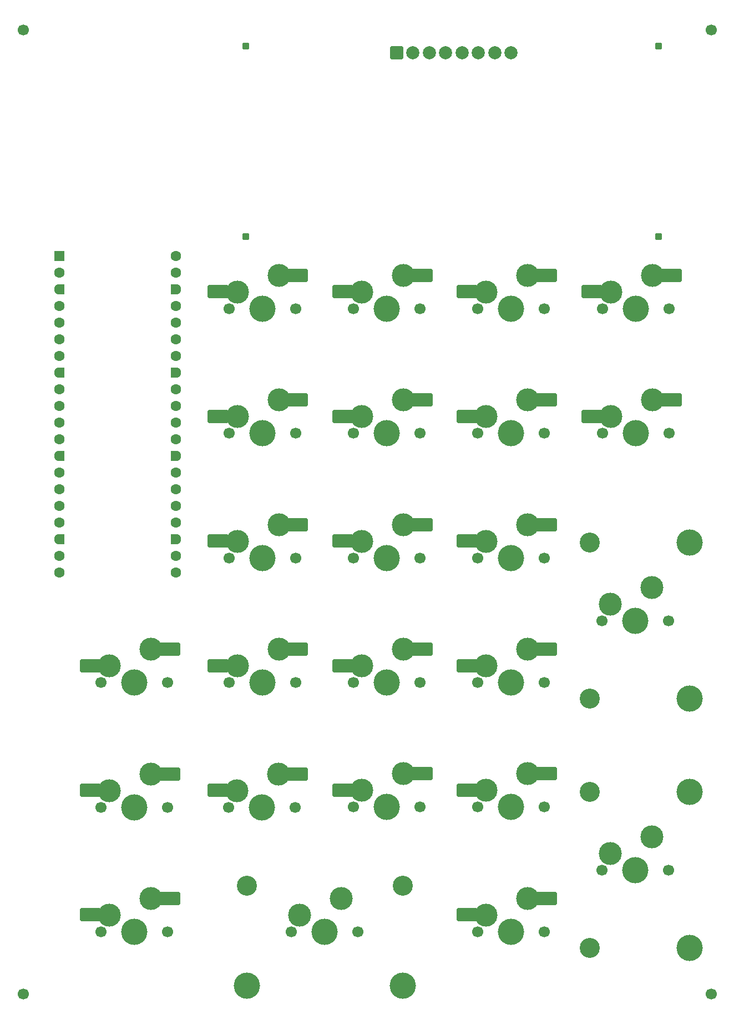
<source format=gbr>
%TF.GenerationSoftware,KiCad,Pcbnew,9.0.2+dfsg-1*%
%TF.CreationDate,2025-10-06T22:07:28-05:00*%
%TF.ProjectId,numpad,6e756d70-6164-42e6-9b69-6361645f7063,rev?*%
%TF.SameCoordinates,Original*%
%TF.FileFunction,Soldermask,Bot*%
%TF.FilePolarity,Negative*%
%FSLAX46Y46*%
G04 Gerber Fmt 4.6, Leading zero omitted, Abs format (unit mm)*
G04 Created by KiCad (PCBNEW 9.0.2+dfsg-1) date 2025-10-06 22:07:28*
%MOMM*%
%LPD*%
G01*
G04 APERTURE LIST*
G04 Aperture macros list*
%AMRoundRect*
0 Rectangle with rounded corners*
0 $1 Rounding radius*
0 $2 $3 $4 $5 $6 $7 $8 $9 X,Y pos of 4 corners*
0 Add a 4 corners polygon primitive as box body*
4,1,4,$2,$3,$4,$5,$6,$7,$8,$9,$2,$3,0*
0 Add four circle primitives for the rounded corners*
1,1,$1+$1,$2,$3*
1,1,$1+$1,$4,$5*
1,1,$1+$1,$6,$7*
1,1,$1+$1,$8,$9*
0 Add four rect primitives between the rounded corners*
20,1,$1+$1,$2,$3,$4,$5,0*
20,1,$1+$1,$4,$5,$6,$7,0*
20,1,$1+$1,$6,$7,$8,$9,0*
20,1,$1+$1,$8,$9,$2,$3,0*%
%AMFreePoly0*
4,1,37,0.603843,0.796157,0.639018,0.796157,0.711114,0.766294,0.766294,0.711114,0.796157,0.639018,0.796157,0.603843,0.800000,0.600000,0.800000,-0.600000,0.796157,-0.603843,0.796157,-0.639018,0.766294,-0.711114,0.711114,-0.766294,0.639018,-0.796157,0.603843,-0.796157,0.600000,-0.800000,0.000000,-0.800000,0.000000,-0.796148,-0.078414,-0.796148,-0.232228,-0.765552,-0.377117,-0.705537,
-0.507515,-0.618408,-0.618408,-0.507515,-0.705537,-0.377117,-0.765552,-0.232228,-0.796148,-0.078414,-0.796148,0.078414,-0.765552,0.232228,-0.705537,0.377117,-0.618408,0.507515,-0.507515,0.618408,-0.377117,0.705537,-0.232228,0.765552,-0.078414,0.796148,0.000000,0.796148,0.000000,0.800000,0.600000,0.800000,0.603843,0.796157,0.603843,0.796157,$1*%
%AMFreePoly1*
4,1,37,0.000000,0.796148,0.078414,0.796148,0.232228,0.765552,0.377117,0.705537,0.507515,0.618408,0.618408,0.507515,0.705537,0.377117,0.765552,0.232228,0.796148,0.078414,0.796148,-0.078414,0.765552,-0.232228,0.705537,-0.377117,0.618408,-0.507515,0.507515,-0.618408,0.377117,-0.705537,0.232228,-0.765552,0.078414,-0.796148,0.000000,-0.796148,0.000000,-0.800000,-0.600000,-0.800000,
-0.603843,-0.796157,-0.639018,-0.796157,-0.711114,-0.766294,-0.766294,-0.711114,-0.796157,-0.639018,-0.796157,-0.603843,-0.800000,-0.600000,-0.800000,0.600000,-0.796157,0.603843,-0.796157,0.639018,-0.766294,0.711114,-0.711114,0.766294,-0.639018,0.796157,-0.603843,0.796157,-0.600000,0.800000,0.000000,0.800000,0.000000,0.796148,0.000000,0.796148,$1*%
G04 Aperture macros list end*
%ADD10C,1.700000*%
%ADD11RoundRect,0.150000X-0.350000X-0.350000X0.350000X-0.350000X0.350000X0.350000X-0.350000X0.350000X0*%
%ADD12RoundRect,0.250000X-0.750000X-0.750000X0.750000X-0.750000X0.750000X0.750000X-0.750000X0.750000X0*%
%ADD13C,2.000000*%
%ADD14C,4.000000*%
%ADD15C,3.500000*%
%ADD16RoundRect,0.300000X-1.335000X-0.700000X1.335000X-0.700000X1.335000X0.700000X-1.335000X0.700000X0*%
%ADD17C,3.050000*%
%ADD18RoundRect,0.200000X-0.600000X-0.600000X0.600000X-0.600000X0.600000X0.600000X-0.600000X0.600000X0*%
%ADD19C,1.600000*%
%ADD20FreePoly0,0.000000*%
%ADD21FreePoly1,0.000000*%
G04 APERTURE END LIST*
D10*
%TO.C,*%
X128000000Y-163500000D03*
%TD*%
%TO.C,*%
X23000000Y-163500000D03*
%TD*%
%TO.C,*%
X23000000Y-16500000D03*
%TD*%
%TO.C,*%
X128000000Y-16500000D03*
%TD*%
D11*
%TO.C,LCD-1*%
X57000000Y-19000000D03*
D12*
X80000000Y-20000000D03*
D11*
X57000000Y-48000000D03*
D13*
X82500000Y-20000000D03*
X85000000Y-20000000D03*
D11*
X120000000Y-48000000D03*
D13*
X87500000Y-20000000D03*
D11*
X120000000Y-19000000D03*
D13*
X90000000Y-20000000D03*
X92500000Y-20000000D03*
X95000000Y-20000000D03*
X97500000Y-20000000D03*
%TD*%
D10*
%TO.C,key-numlock*%
X54420000Y-78000000D03*
D14*
X59500000Y-78000000D03*
D10*
X64580000Y-78000000D03*
D15*
X62040000Y-72920000D03*
D16*
X64905000Y-72920000D03*
X52790000Y-75420000D03*
D15*
X55690000Y-75460000D03*
%TD*%
D10*
%TO.C,key-7*%
X54420000Y-97000000D03*
D14*
X59500000Y-97000000D03*
D10*
X64580000Y-97000000D03*
D15*
X62040000Y-91920000D03*
D16*
X64905000Y-91920000D03*
X52790000Y-94420000D03*
D15*
X55690000Y-94460000D03*
%TD*%
D10*
%TO.C,key-1*%
X54380000Y-135040000D03*
D14*
X59460000Y-135040000D03*
D10*
X64540000Y-135040000D03*
D15*
X62000000Y-129960000D03*
D16*
X64865000Y-129960000D03*
X52750000Y-132460000D03*
D15*
X55650000Y-132500000D03*
%TD*%
D10*
%TO.C,key-3*%
X92420000Y-135000000D03*
D14*
X97500000Y-135000000D03*
D10*
X102580000Y-135000000D03*
D15*
X100040000Y-129920000D03*
D16*
X102905000Y-129920000D03*
X90790000Y-132420000D03*
D15*
X93690000Y-132460000D03*
%TD*%
D10*
%TO.C,key-m7*%
X34920000Y-116000000D03*
D14*
X40000000Y-116000000D03*
D10*
X45080000Y-116000000D03*
D15*
X42540000Y-110920000D03*
D16*
X45405000Y-110920000D03*
X33290000Y-113420000D03*
D15*
X36190000Y-113460000D03*
%TD*%
D10*
%TO.C,key-5*%
X73420000Y-116000000D03*
D14*
X78500000Y-116000000D03*
D10*
X83580000Y-116000000D03*
D15*
X81040000Y-110920000D03*
D16*
X83905000Y-110920000D03*
X71790000Y-113420000D03*
D15*
X74690000Y-113460000D03*
%TD*%
D10*
%TO.C,key-8*%
X73420000Y-97000000D03*
D14*
X78500000Y-97000000D03*
D10*
X83580000Y-97000000D03*
D15*
X81040000Y-91920000D03*
D16*
X83905000Y-91920000D03*
X71790000Y-94420000D03*
D15*
X74690000Y-94460000D03*
%TD*%
D10*
%TO.C,key-minus*%
X111420000Y-78000000D03*
D14*
X116500000Y-78000000D03*
D10*
X121580000Y-78000000D03*
D15*
X119040000Y-72920000D03*
D16*
X121905000Y-72920000D03*
X109790000Y-75420000D03*
D15*
X112690000Y-75460000D03*
%TD*%
D10*
%TO.C,key-m2*%
X73420000Y-59000000D03*
D14*
X78500000Y-59000000D03*
D10*
X83580000Y-59000000D03*
D15*
X81040000Y-53920000D03*
D16*
X83905000Y-53920000D03*
X71790000Y-56420000D03*
D15*
X74690000Y-56460000D03*
%TD*%
D10*
%TO.C,key-m4*%
X111420000Y-59000000D03*
D14*
X116500000Y-59000000D03*
D10*
X121580000Y-59000000D03*
D15*
X119040000Y-53920000D03*
D16*
X121905000Y-53920000D03*
X109790000Y-56420000D03*
D15*
X112690000Y-56460000D03*
%TD*%
D10*
%TO.C,key-6*%
X92420000Y-116000000D03*
D14*
X97500000Y-116000000D03*
D10*
X102580000Y-116000000D03*
D15*
X100040000Y-110920000D03*
D16*
X102905000Y-110920000D03*
X90790000Y-113420000D03*
D15*
X93690000Y-113460000D03*
%TD*%
D10*
%TO.C,key-multiply*%
X92420000Y-78000000D03*
D14*
X97500000Y-78000000D03*
D10*
X102580000Y-78000000D03*
D15*
X100040000Y-72920000D03*
D16*
X102905000Y-72920000D03*
X90790000Y-75420000D03*
D15*
X93690000Y-75460000D03*
%TD*%
D10*
%TO.C,key-4*%
X54420000Y-116000000D03*
D14*
X59500000Y-116000000D03*
D10*
X64580000Y-116000000D03*
D15*
X62040000Y-110920000D03*
D16*
X64905000Y-110920000D03*
X52790000Y-113420000D03*
D15*
X55690000Y-113460000D03*
%TD*%
D10*
%TO.C,key-9*%
X92420000Y-97000000D03*
D14*
X97500000Y-97000000D03*
D10*
X102580000Y-97000000D03*
D15*
X100040000Y-91920000D03*
D16*
X102905000Y-91920000D03*
X90790000Y-94420000D03*
D15*
X93690000Y-94460000D03*
%TD*%
D10*
%TO.C,key-m1*%
X54420000Y-59000000D03*
D14*
X59500000Y-59000000D03*
D10*
X64580000Y-59000000D03*
D15*
X62040000Y-53920000D03*
D16*
X64905000Y-53920000D03*
X52790000Y-56420000D03*
D15*
X55690000Y-56460000D03*
%TD*%
D10*
%TO.C,key-m3*%
X92420000Y-59000000D03*
D14*
X97500000Y-59000000D03*
D10*
X102580000Y-59000000D03*
D15*
X100040000Y-53920000D03*
D16*
X102905000Y-53920000D03*
X90790000Y-56420000D03*
D15*
X93690000Y-56460000D03*
%TD*%
D10*
%TO.C,key-divide*%
X73420000Y-78000000D03*
D14*
X78500000Y-78000000D03*
D10*
X83580000Y-78000000D03*
D15*
X81040000Y-72920000D03*
D16*
X83905000Y-72920000D03*
X71790000Y-75420000D03*
D15*
X74690000Y-75460000D03*
%TD*%
D10*
%TO.C,key-del*%
X92420000Y-154000000D03*
D14*
X97500000Y-154000000D03*
D10*
X102580000Y-154000000D03*
D15*
X100040000Y-148920000D03*
D16*
X102905000Y-148920000D03*
X90790000Y-151420000D03*
D15*
X93690000Y-151460000D03*
%TD*%
D10*
%TO.C,key-2*%
X73420000Y-135000000D03*
D14*
X78500000Y-135000000D03*
D10*
X83580000Y-135000000D03*
D15*
X81040000Y-129920000D03*
D16*
X83905000Y-129920000D03*
X71790000Y-132420000D03*
D15*
X74690000Y-132460000D03*
%TD*%
D10*
%TO.C,key-m5*%
X34920000Y-154000000D03*
D14*
X40000000Y-154000000D03*
D10*
X45080000Y-154000000D03*
D15*
X42540000Y-148920000D03*
D16*
X45405000Y-148920000D03*
X33290000Y-151420000D03*
D15*
X36190000Y-151460000D03*
%TD*%
D10*
%TO.C,key-m6*%
X34920000Y-135040000D03*
D14*
X40000000Y-135040000D03*
D10*
X45080000Y-135040000D03*
D15*
X42540000Y-129960000D03*
D16*
X45405000Y-129960000D03*
X33290000Y-132460000D03*
D15*
X36190000Y-132500000D03*
%TD*%
D17*
%TO.C,key-enter*%
X109460000Y-132680000D03*
X109460000Y-156480000D03*
D10*
X111380000Y-144580000D03*
D14*
X116460000Y-144580000D03*
D10*
X121540000Y-144580000D03*
D14*
X124700000Y-132680000D03*
X124700000Y-156480000D03*
D15*
X119000000Y-139500000D03*
X112650000Y-142040000D03*
%TD*%
D17*
%TO.C,key-plus*%
X109460000Y-94680000D03*
X109460000Y-118480000D03*
D10*
X111380000Y-106580000D03*
D14*
X116460000Y-106580000D03*
D10*
X121540000Y-106580000D03*
D14*
X124700000Y-94680000D03*
X124700000Y-118480000D03*
D15*
X119000000Y-101500000D03*
X112650000Y-104040000D03*
%TD*%
D18*
%TO.C,RPI-PICO*%
X28500000Y-51000000D03*
D19*
X28500000Y-53540000D03*
D20*
X28500000Y-56080000D03*
D19*
X28500000Y-58620000D03*
X28500000Y-61160000D03*
X28500000Y-63700000D03*
X28500000Y-66240000D03*
D20*
X28500000Y-68780000D03*
D19*
X28500000Y-71320000D03*
X28500000Y-73860000D03*
X28500000Y-76400000D03*
X28500000Y-78940000D03*
D20*
X28500000Y-81480000D03*
D19*
X28500000Y-84020000D03*
X28500000Y-86560000D03*
X28500000Y-89100000D03*
X28500000Y-91640000D03*
D20*
X28500000Y-94180000D03*
D19*
X28500000Y-96720000D03*
X28500000Y-99260000D03*
X46280000Y-99260000D03*
X46280000Y-96720000D03*
D21*
X46280000Y-94180000D03*
D19*
X46280000Y-91640000D03*
X46280000Y-89100000D03*
X46280000Y-86560000D03*
X46280000Y-84020000D03*
D21*
X46280000Y-81480000D03*
D19*
X46280000Y-78940000D03*
X46280000Y-76400000D03*
X46280000Y-73860000D03*
X46280000Y-71320000D03*
D21*
X46280000Y-68780000D03*
D19*
X46280000Y-66240000D03*
X46280000Y-63700000D03*
X46280000Y-61160000D03*
X46280000Y-58620000D03*
D21*
X46280000Y-56080000D03*
D19*
X46280000Y-53540000D03*
X46280000Y-51000000D03*
%TD*%
D17*
%TO.C,key-zero*%
X57150000Y-146975000D03*
D14*
X57150000Y-162215000D03*
D10*
X63970000Y-153975000D03*
D14*
X69050000Y-153975000D03*
D10*
X74130000Y-153975000D03*
D17*
X80950000Y-146975000D03*
D14*
X80950000Y-162215000D03*
D15*
X71590000Y-148895000D03*
X65240000Y-151435000D03*
%TD*%
M02*

</source>
